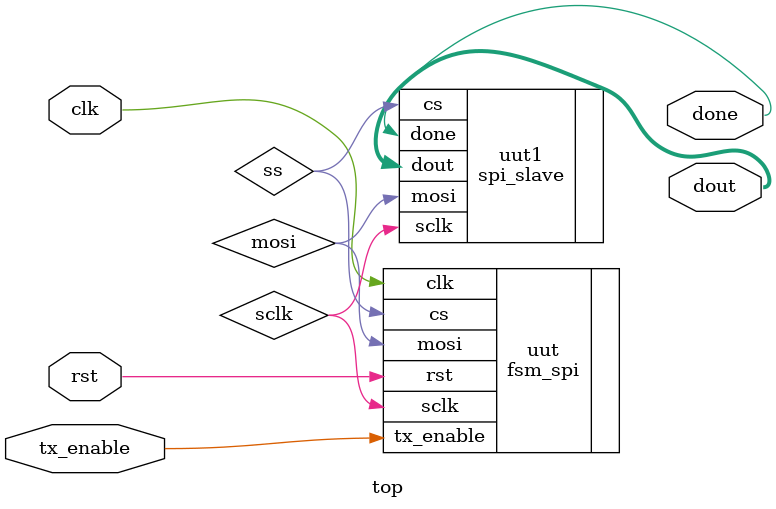
<source format=sv>
`timescale 1ns / 1ps


module top(
    input clk,rst,tx_enable,
    output [7:0] dout,
    output done
    );
    
    wire mosi, ss ,sclk;
    
    fsm_spi uut(.clk(clk),.rst(rst),.tx_enable(tx_enable),.mosi(mosi),.cs(ss),.sclk(sclk));
    spi_slave uut1(.sclk(sclk),.mosi(mosi),.cs(ss),.dout(dout),.done(done));
    
endmodule

</source>
